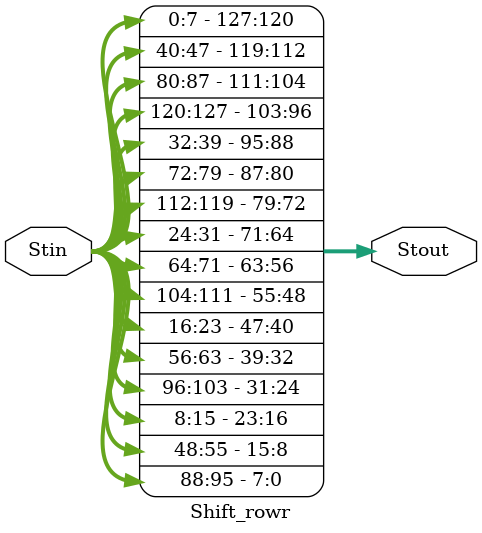
<source format=v>
module Shift_rowr(Stin, Stout);

input [0:127] Stin;
output [0:127] Stout;

assign Stout[0:7] = Stin[0:7];
assign Stout[8:15] = Stin[40:47];
assign Stout[16:23] = Stin[80:87];
assign Stout[24:31] = Stin[120:127];

assign Stout[32:39] = Stin[32:39];
assign Stout[40:47] = Stin[72:79];
assign Stout[48:55] = Stin[112:119];
assign Stout[56:63] = Stin[24:31];

assign Stout[64:71] = Stin[64:71];
assign Stout[72:79] = Stin[104:111];
assign Stout[80:87] = Stin[16:23];
assign Stout[88:95] = Stin[56:63];

assign Stout[96:103] = Stin[96:103];
assign Stout[104:111] = Stin[8:15];
assign Stout[112:119] = Stin[48:55];
assign Stout[120:127] = Stin[88:95];

endmodule

</source>
